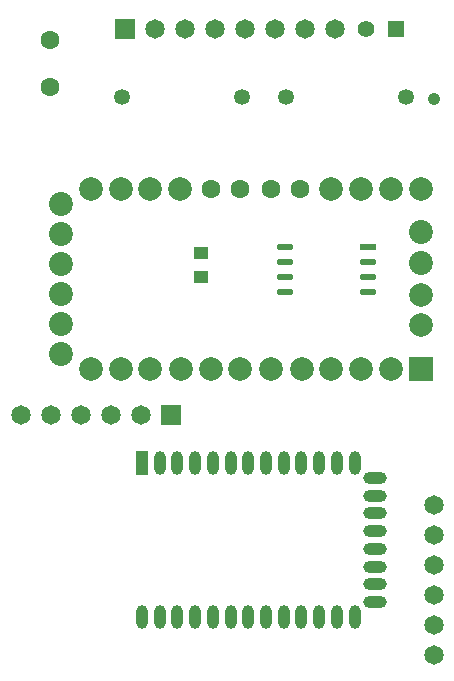
<source format=gbs>
%FSLAX33Y33*%
%MOMM*%
%AMRect-W1650000-H1650000-RO1.500*
21,1,1.65,1.65,0.,0.,90*%
%AMRect-W1405236-H517986-RO1.000*
21,1,1.405236,0.517986,0.,0.,180*%
%AMRR-H517986-W1405236-R258993-RO1.000*
21,1,0.88725,0.517986,0.,0.,180*
1,1,0.517986,0.443625,-0.*
1,1,0.517986,-0.443625,-0.*
1,1,0.517986,-0.443625,0.*
1,1,0.517986,0.443625,0.*%
%AMRect-W1650000-H1650000-RO0.500*
21,1,1.65,1.65,0.,0.,270*%
%AMRect-W2000000-H2000000-RO1.500*
21,1,2.,2.,0.,0.,90*%
%AMRect-W1000000-H1250000-RO0.500*
21,1,1.,1.25,0.,0.,270*%
%AMRect-W1400000-H1400000-RO1.000*
21,1,1.4,1.4,0.,0.,180*%
%AMRR-H2000000-W1000000-R500000-RO0.500*
21,1,1.,1.,0.,0.,270*
1,1,1.,0.5,0.*
1,1,1.,0.5,-0.*
1,1,1.,-0.5,-0.*
1,1,1.,-0.5,0.*%
%AMRR-H1000000-W2000000-R500000-RO0.500*
21,1,1.,1.,0.,0.,270*
1,1,1.,0.,0.5*
1,1,1.,0.,-0.5*
1,1,1.,-0.,-0.5*
1,1,1.,-0.,0.5*%
%AMRect-W2000000-H1000000-RO0.500*
21,1,2.,1.,0.,0.,270*%
%ADD10C,1.0668*%
%ADD11C,1.65*%
%ADD12Rect-W1650000-H1650000-RO1.500*%
%ADD13C,1.65*%
%ADD14Rect-W1405236-H517986-RO1.000*%
%ADD15RR-H517986-W1405236-R258993-RO1.000*%
%ADD16C,1.65*%
%ADD17Rect-W1650000-H1650000-RO0.500*%
%ADD18C,2.*%
%ADD19C,2.*%
%ADD20C,1.6*%
%ADD21C,2.029999*%
%ADD22C,2.029999*%
%ADD23Rect-W2000000-H2000000-RO1.500*%
%ADD24C,1.35*%
%ADD25C,1.35*%
%ADD26Rect-W1000000-H1250000-RO0.500*%
%ADD27C,1.4*%
%ADD28Rect-W1400000-H1400000-RO1.000*%
%ADD29RR-H2000000-W1000000-R500000-RO0.500*%
%ADD30RR-H1000000-W2000000-R500000-RO0.500*%
%ADD31Rect-W2000000-H1000000-RO0.500*%
D10*
%LNbottom solder mask_traces*%
G01*
X-33975Y29575D03*
%LNbottom solder mask component 104f474019bc45ae*%
D11*
X-57600Y35425D03*
X-55060Y35425D03*
X-52520Y35425D03*
X-49980Y35425D03*
X-47440Y35425D03*
X-44900Y35425D03*
X-42360Y35425D03*
D12*
X-60140Y35425D03*
%LNbottom solder mask component 6423f2fbdbf0fd51*%
D13*
X-34000Y-4840D03*
X-34000Y-7380D03*
X-34000Y-9920D03*
X-34000Y-12460D03*
X-34000Y-15000D03*
X-34000Y-17540D03*
%LNbottom solder mask component 6ec8fa02dcc931b8*%
D14*
X-39600Y16980D03*
D15*
X-39600Y15710D03*
X-39600Y14440D03*
X-39600Y13170D03*
X-46600Y13170D03*
X-46600Y14440D03*
X-46600Y15710D03*
X-46600Y16980D03*
%LNbottom solder mask component 2e760206f6eb6219*%
D16*
X-58840Y2815D03*
X-61380Y2815D03*
X-63920Y2815D03*
X-66460Y2815D03*
X-69000Y2815D03*
D17*
X-56300Y2815D03*
%LNbottom solder mask component 725756eb9d5a0c3e*%
D18*
X-35110Y10420D03*
X-35110Y12960D03*
D19*
X-35110Y21945D03*
X-37610Y21945D03*
X-40210Y21945D03*
X-42710Y21945D03*
D20*
X-45310Y21945D03*
X-47810Y21945D03*
X-50410Y21945D03*
X-52910Y21945D03*
D19*
X-55510Y21945D03*
X-58010Y21945D03*
X-60510Y21945D03*
X-63010Y21945D03*
X-37610Y6705D03*
X-40210Y6705D03*
X-42710Y6705D03*
X-45210Y6705D03*
X-47810Y6705D03*
X-50410Y6705D03*
X-52910Y6705D03*
X-60510Y6705D03*
X-58010Y6705D03*
X-63050Y6705D03*
X-55410Y6705D03*
D21*
X-35110Y18300D03*
X-35110Y15635D03*
D22*
X-65590Y7975D03*
X-65590Y10515D03*
X-65590Y13055D03*
X-65590Y15595D03*
X-65590Y18135D03*
X-65590Y20675D03*
D23*
X-35110Y6705D03*
%LNbottom solder mask component e41e54bbfcc8de48*%
D24*
X-50245Y29675D03*
X-60405Y29675D03*
%LNbottom solder mask component bcffb8a9274f0d14*%
D25*
X-46525Y29725D03*
X-36365Y29725D03*
%LNbottom solder mask component 78a424b639101169*%
D26*
X-53725Y16475D03*
X-53725Y14475D03*
%LNbottom solder mask component 51561cf638072ae7*%
D20*
X-66525Y30525D03*
X-66525Y34525D03*
%LNbottom solder mask component 243e2b77924b8e62*%
D27*
X-39770Y35425D03*
D28*
X-37230Y35425D03*
%LNbottom solder mask component eb69e66ac07ddab8*%
D29*
X-38975Y-13050D03*
D30*
X-54225Y-1300D03*
X-51225Y-14300D03*
D29*
X-38975Y-4050D03*
D30*
X-43725Y-1300D03*
X-52725Y-14300D03*
D29*
X-38975Y-7050D03*
D30*
X-43725Y-14300D03*
X-58725Y-14300D03*
X-55725Y-14300D03*
D31*
X-58725Y-1300D03*
D30*
X-55725Y-1300D03*
X-48225Y-1300D03*
X-40725Y-14300D03*
X-45225Y-1300D03*
X-42225Y-14300D03*
X-51225Y-1300D03*
D29*
X-38975Y-11550D03*
D30*
X-57225Y-1300D03*
X-57225Y-14300D03*
X-42225Y-1300D03*
X-46725Y-14300D03*
X-46725Y-1300D03*
X-40725Y-1300D03*
X-52725Y-1300D03*
X-49725Y-1300D03*
D29*
X-38975Y-8550D03*
X-38975Y-10050D03*
D30*
X-45225Y-14300D03*
D29*
X-38975Y-5550D03*
D30*
X-49725Y-14300D03*
D29*
X-38975Y-2550D03*
D30*
X-48225Y-14300D03*
X-54225Y-14300D03*
M02*
</source>
